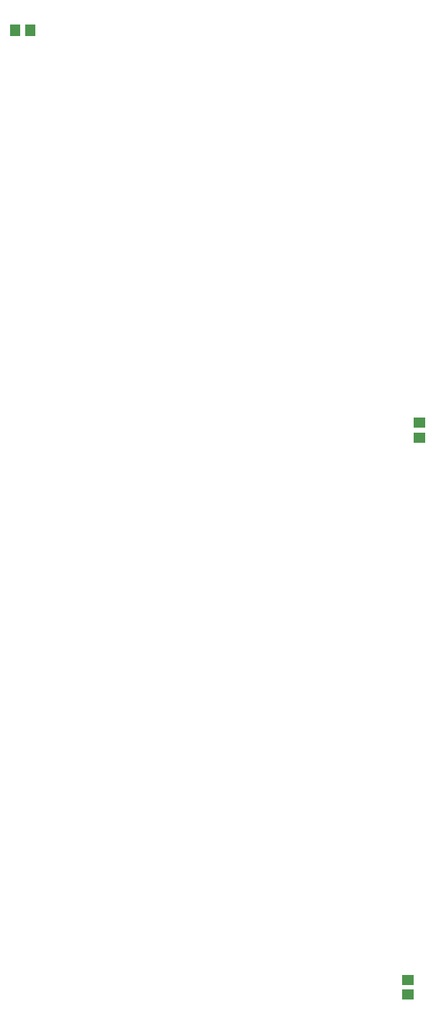
<source format=gbr>
%TF.GenerationSoftware,Altium Limited,Altium Designer,24.7.2 (38)*%
G04 Layer_Color=128*
%FSLAX45Y45*%
%MOMM*%
%TF.SameCoordinates,74662405-AD21-4814-813C-A76D1C426129*%
%TF.FilePolarity,Positive*%
%TF.FileFunction,Paste,Bot*%
%TF.Part,Single*%
G01*
G75*
%TA.AperFunction,SMDPad,CuDef*%
%ADD16R,1.15000X1.47000*%
%ADD17R,1.47000X1.15000*%
D16*
X7506600Y14803120D02*
D03*
X7682600D02*
D03*
D17*
X12255500Y10198100D02*
D03*
Y10022100D02*
D03*
X12115800Y3656700D02*
D03*
Y3480700D02*
D03*
%TF.MD5,b44be3e29efd282ce2831868af32dbfd*%
M02*

</source>
